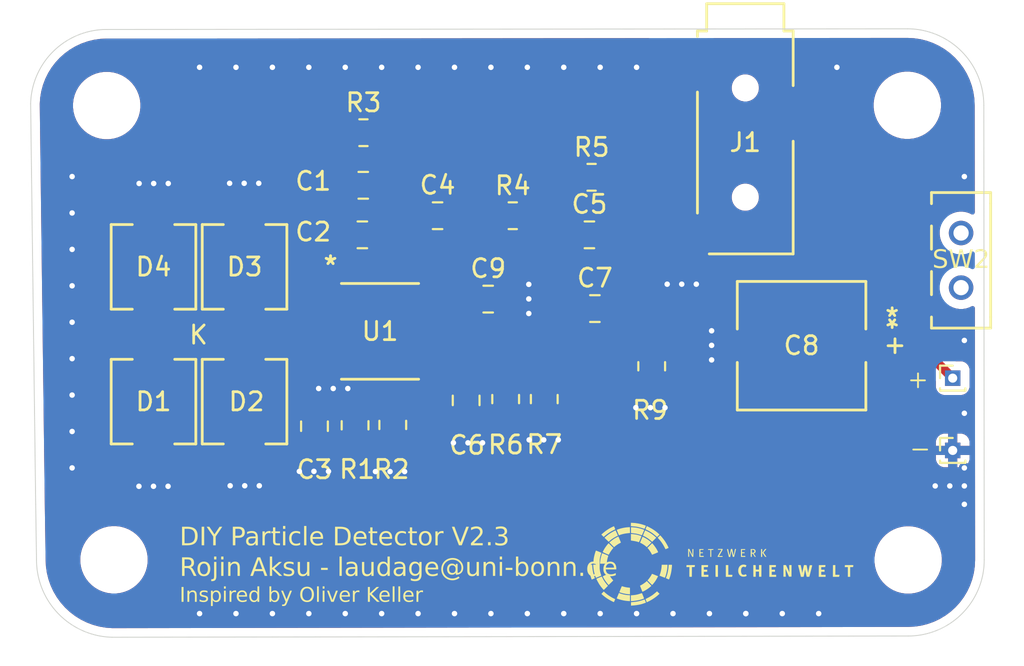
<source format=kicad_pcb>
(kicad_pcb (version 20241229) (generator "pcbnew") (generator_version "9.0")
  (layers (0 "F.Cu" signal) (2 "B.Cu" signal) (13 "F.Paste" user) (15 "B.Paste" user) (5 "F.SilkS" user "F.Silkscreen") (7 "B.SilkS" user "B.Silkscreen") (1 "F.Mask" user) (3 "B.Mask" user) (25 "Edge.Cuts" user))
  (net 0 "")
  (net 1 "/input_signal")
  (net 2 "GND")
  (net 3 "Net-(C1-Pad2)")
  (net 4 "Net-(U1-OUT1)")
  (net 5 "Net-(U1-+IN1)")
  (net 6 "Net-(C4-Pad2)")
  (net 7 "Net-(U1--IN2)")
  (net 8 "Net-(U1-OUT2)")
  (net 9 "Net-(U1-+IN2)")
  (net 10 "/output_signal")
  (net 11 "VDD")
  (net 12 "Net-(SW2-A)")
  (footprint "footprints:LED_VBPW34S_VIS" (layer "F.Cu") (at 73.47 84.36 -90)
    (property "Reference" "D1" (at 0 0 0) (layer "F.SilkS"))
    (property "Value" "BPW34-SMD" (hide yes))
    (pad "1" smd rect (at -3.0988 0 270) (size 1.2192 1.7526) (layers "F.Cu" "F.Mask" "F.Paste") (net 1 "/input_signal"))
    (pad "2" smd rect (at 3.0988 0 270) (size 1.2192 1.7526) (layers "F.Cu" "F.Mask" "F.Paste") (net 2 "GND"))
  )
  (footprint "Capacitor_SMD:C_0805_2012Metric" (layer "F.Cu") (at 90.64 84.2925 90)
    (property "Reference" "C6" (at -2.4575 0.05 180) (layer "F.SilkS"))
    (property "Value" "100n" (hide yes))
    (pad "1" smd roundrect (at -0.95 0 90) (size 1 1.45) (layers "F.Cu" "F.Mask" "F.Paste") (net 2 "GND"))
    (pad "2" smd roundrect (at 0.95 0 90) (size 1 1.45) (layers "F.Cu" "F.Mask" "F.Paste") (net 9 "Net-(U1-+IN2)"))
  )
  (footprint "Resistor_SMD:R_0805_2012Metric" (layer "F.Cu") (at 85 69.59)
    (property "Reference" "R3" (at 0 -1.65 0) (layer "F.SilkS"))
    (property "Value" "15Mega" (hide yes))
    (pad "1" smd roundrect (at -0.9125 0) (size 1.025 1.4) (layers "F.Cu" "F.Mask" "F.Paste") (roundrect_rratio 0.243902) (net 1 "/input_signal"))
    (pad "2" smd roundrect (at 0.9125 0) (size 1.025 1.4) (layers "F.Cu" "F.Mask" "F.Paste") (roundrect_rratio 0.243902) (net 4 "Net-(U1-OUT1)"))
  )
  (footprint "Resistor_SMD:R_0805_2012Metric" (layer "F.Cu") (at 84.54 85.66 90)
    (property "Reference" "R1" (at -2.4175 0.11 180) (layer "F.SilkS"))
    (property "Value" "4.7k" (hide yes))
    (pad "1" smd roundrect (at -0.9125 0 90) (size 1.025 1.4) (layers "F.Cu" "F.Mask" "F.Paste") (roundrect_rratio 0.243902) (net 11 "VDD"))
    (pad "2" smd roundrect (at 0.9125 0 90) (size 1.025 1.4) (layers "F.Cu" "F.Mask" "F.Paste") (roundrect_rratio 0.243902) (net 5 "Net-(U1-+IN1)"))
  )
  (footprint "Resistor_SMD:R_0805_2012Metric" (layer "F.Cu") (at 94.93 84.22 -90)
    (property "Reference" "R7" (at 2.49 0 180) (layer "F.SilkS"))
    (property "Value" "10k" (hide yes))
    (pad "1" smd roundrect (at -0.9125 0 270) (size 1.025 1.4) (layers "F.Cu" "F.Mask" "F.Paste") (roundrect_rratio 0.243902) (net 9 "Net-(U1-+IN2)"))
    (pad "2" smd roundrect (at 0.9125 0 270) (size 1.025 1.4) (layers "F.Cu" "F.Mask" "F.Paste") (roundrect_rratio 0.243902) (net 2 "GND"))
  )
  (footprint "footprints:NetzwerkTeilchenwelt15mm" (layer "F.Cu") (at 104.764816 93.279071)
    (property "Reference" "G***" (hide yes))
    (property "Value" "LOGO" (hide yes))
  )
  (footprint "Capacitor_SMD:C_0805_2012Metric" (layer "F.Cu") (at 97.71 79.25)
    (property "Reference" "C7" (at 0 -1.68 0) (layer "F.SilkS"))
    (property "Value" "100n" (hide yes))
    (pad "1" smd roundrect (at -0.95 0) (size 1 1.45) (layers "F.Cu" "F.Mask" "F.Paste") (net 8 "Net-(U1-OUT2)"))
    (pad "2" smd roundrect (at 0.95 0) (size 1 1.45) (layers "F.Cu" "F.Mask" "F.Paste") (net 10 "/output_signal"))
  )
  (footprint "MountingHole:MountingHole_3.2mm_M3" (layer "F.Cu") (at 114.914433 93.054433)
    (property "Reference" "REF**" (hide yes))
    (property "Value" "MountingHole_3.2mm_M3" (hide yes))
    (pad "" np_thru_hole circle (at 0 0) (size 3.2 3.2) (drill 3.2) (layers "*.Cu" "*.Mask"))
  )
  (footprint "footprints:CONN_SJ-2523-SMT-TR_CUD" (layer "F.Cu") (at 105.970006 70.126796 -90)
    (property "Reference" "J1" (at 0 0 0) (layer "F.SilkS"))
    (property "Value" "Conn_01x02" (hide yes))
    (pad "" np_thru_hole circle (at -2.994401 0 270) (size 0.9906 0.9906) (drill 0.9906) (layers "*.Cu" "*.Mask"))
    (pad "" np_thru_hole circle (at 3.0056 0 270) (size 0.9906 0.9906) (drill 0.9906) (layers "*.Cu" "*.Mask"))
    (pad "1" smd rect (at -4.294394 3.506203 270) (size 2.3876 2.3876) (layers "F.Cu" "F.Mask" "F.Paste") (net 10 "/output_signal"))
    (pad "2" smd rect (at 5.405609 3.506203 270) (size 2.3876 2.3876) (layers "F.Cu" "F.Mask" "F.Paste") (net 2 "GND"))
    (pad "3" smd rect (at -1.5944 -3.506191 270) (size 2.3876 2.3876) (layers "F.Cu" "F.Mask" "F.Paste"))
  )
  (footprint "Resistor_SMD:R_0805_2012Metric" (layer "F.Cu") (at 97.53 72.04)
    (property "Reference" "R5" (at 0 -1.65 0) (layer "F.SilkS"))
    (property "Value" "100k" (hide yes))
    (pad "1" smd roundrect (at -0.9125 0) (size 1.025 1.4) (layers "F.Cu" "F.Mask" "F.Paste") (roundrect_rratio 0.243902) (net 7 "Net-(U1--IN2)"))
    (pad "2" smd roundrect (at 0.9125 0) (size 1.025 1.4) (layers "F.Cu" "F.Mask" "F.Paste") (roundrect_rratio 0.243902) (net 8 "Net-(U1-OUT2)"))
  )
  (footprint "footprints:R_8_ADI" (layer "F.Cu") (at 85.91 80.5)
    (property "Reference" "U1" (at 0 0 0) (layer "F.SilkS"))
    (property "Value" "AD8092ARZ-REEL7" (hide yes))
    (fp_text user "*" (at -2.7178 -3.6068 0) (layer "F.SilkS"))
    (fp_text user "*" (at -2.7178 -3.6068 0) (layer "F.SilkS"))
    (pad "1" smd rect (at -2.4638 -1.905) (size 1.9812 0.5588) (layers "F.Cu" "F.Mask" "F.Paste") (net 4 "Net-(U1-OUT1)"))
    (pad "2" smd rect (at -2.4638 -0.635) (size 1.9812 0.5588) (layers "F.Cu" "F.Mask" "F.Paste") (net 1 "/input_signal"))
    (pad "3" smd rect (at -2.4638 0.635) (size 1.9812 0.5588) (layers "F.Cu" "F.Mask" "F.Paste") (net 5 "Net-(U1-+IN1)"))
    (pad "4" smd rect (at -2.4638 1.905) (size 1.9812 0.5588) (layers "F.Cu" "F.Mask" "F.Paste") (net 2 "GND"))
    (pad "5" smd rect (at 2.4638 1.905) (size 1.9812 0.5588) (layers "F.Cu" "F.Mask" "F.Paste") (net 9 "Net-(U1-+IN2)"))
    (pad "6" smd rect (at 2.4638 0.635) (size 1.9812 0.5588) (layers "F.Cu" "F.Mask" "F.Paste") (net 7 "Net-(U1--IN2)"))
    (pad "7" smd rect (at 2.4638 -0.635) (size 1.9812 0.5588) (layers "F.Cu" "F.Mask" "F.Paste") (net 8 "Net-(U1-OUT2)"))
    (pad "8" smd rect (at 2.4638 -1.905) (size 1.9812 0.5588) (layers "F.Cu" "F.Mask" "F.Paste") (net 11 "VDD"))
  )
  (footprint "Resistor_SMD:R_0805_2012Metric" (layer "F.Cu") (at 93.2 74.15)
    (property "Reference" "R4" (at 0 -1.65 0) (layer "F.SilkS"))
    (property "Value" "1k" (hide yes))
    (pad "1" smd roundrect (at -0.9125 0) (size 1.025 1.4) (layers "F.Cu" "F.Mask" "F.Paste") (roundrect_rratio 0.243902) (net 6 "Net-(C4-Pad2)"))
    (pad "2" smd roundrect (at 0.9125 0) (size 1.025 1.4) (layers "F.Cu" "F.Mask" "F.Paste") (roundrect_rratio 0.243902) (net 7 "Net-(U1--IN2)"))
  )
  (footprint "footprints:LED_VBPW34S_VIS" (layer "F.Cu") (at 73.47 76.96 90)
    (property "Reference" "D4" (at 0 0 0) (layer "F.SilkS"))
    (property "Value" "BPW34-SMD" (hide yes))
    (pad "1" smd rect (at -3.0988 0 90) (size 1.2192 1.7526) (layers "F.Cu" "F.Mask" "F.Paste") (net 1 "/input_signal"))
    (pad "2" smd rect (at 3.0988 0 90) (size 1.2192 1.7526) (layers "F.Cu" "F.Mask" "F.Paste") (net 2 "GND"))
  )
  (footprint "MountingHole:MountingHole_3.2mm_M3" (layer "F.Cu") (at 71.3 93.046188)
    (property "Reference" "REF**" (hide yes))
    (property "Value" "MountingHole_3.2mm_M3" (hide yes))
    (pad "" np_thru_hole circle (at 0 0) (size 3.2 3.2) (drill 3.2) (layers "*.Cu" "*.Mask"))
  )
  (footprint "footprints:PCAP_EEHZ_D_PAN" (layer "F.Cu") (at 109.06 81.29 180)
    (property "Reference" "C8" (at 0.002 0.00826 0) (layer "F.SilkS"))
    (property "Value" "47mikro" (hide yes))
    (pad "1" smd rect (at -2.5146 0 180) (size 2.9972 1.1684) (layers "F.Cu" "F.Mask" "F.Paste") (net 11 "VDD"))
    (pad "2" smd rect (at 2.5146 0 180) (size 2.9972 1.1684) (layers "F.Cu" "F.Mask" "F.Paste") (net 2 "GND"))
    (zone (net 0) (net_name "") (layer "F.Cu") (connect_pads (clearance 0)) (min_thickness 0.254)
      (keepout (tracks not_allowed) (vias not_allowed) (pads allowed) (copperpour not_allowed) (footprints allowed))
      (fill (thermal_gap 0.508) (thermal_bridge_width 0.508))
      (polygon (pts (xy 110.0252 81.925) (xy 108.0948 81.925) (xy 108.0948 80.655) (xy 110.0252 80.655)))
    )
    (zone (net 0) (net_name "") (layer "F.Cu") (connect_pads (clearance 0)) (min_thickness 0.254)
      (keepout (tracks not_allowed) (vias not_allowed) (pads allowed) (copperpour not_allowed) (footprints allowed))
      (fill (thermal_gap 0.508) (thermal_bridge_width 0.508))
      (polygon (pts (xy 112.4128 80.655) (xy 105.7072 80.655) (xy 105.7072 77.9372) (xy 112.4128 77.9372)))
    )
    (zone (net 0) (net_name "") (layer "F.Cu") (connect_pads (clearance 0)) (min_thickness 0.254)
      (keepout (tracks not_allowed) (vias not_allowed) (pads allowed) (copperpour not_allowed) (footprints allowed))
      (fill (thermal_gap 0.508) (thermal_bridge_width 0.508))
      (polygon (pts (xy 112.4128 84.6428) (xy 105.7072 84.6428) (xy 105.7072 81.925) (xy 112.4128 81.925)))
    )
  )
  (footprint "Capacitor_SMD:C_0805_2012Metric" (layer "F.Cu") (at 91.85 78.73)
    (property "Reference" "C9" (at 0 -1.68 0) (layer "F.SilkS"))
    (property "Value" "100n" (hide yes))
    (pad "1" smd roundrect (at -0.95 0) (size 1 1.45) (layers "F.Cu" "F.Mask" "F.Paste") (net 11 "VDD"))
    (pad "2" smd roundrect (at 0.95 0) (size 1 1.45) (layers "F.Cu" "F.Mask" "F.Paste") (net 2 "GND"))
  )
  (footprint "MountingHole:MountingHole_3.2mm_M3" (layer "F.Cu") (at 70.9 68.1)
    (property "Reference" "REF**" (hide yes))
    (property "Value" "MountingHole_3.2mm_M3" (hide yes))
    (pad "" np_thru_hole circle (at 0 0) (size 3.2 3.2) (drill 3.2) (layers "*.Cu" "*.Mask"))
  )
  (footprint "Connector_PinHeader_1.00mm:PinHeader_1x01_P1.00mm_Vertical" (layer "F.Cu") (at 117.36 83.07)
    (property "Reference" "TP2" (hide yes))
    (property "Value" "+" (hide yes))
    (pad "1" thru_hole rect (at 0 0) (size 0.85 0.85) (drill 0.5) (layers "*.Cu" "*.Mask") (net 12 "Net-(SW2-A)"))
  )
  (footprint "Resistor_SMD:R_0805_2012Metric" (layer "F.Cu") (at 86.61 85.64 -90)
    (property "Reference" "R2" (at 2.44 0.07 180) (layer "F.SilkS"))
    (property "Value" "15k" (hide yes))
    (pad "1" smd roundrect (at -0.9125 0 270) (size 1.025 1.4) (layers "F.Cu" "F.Mask" "F.Paste") (roundrect_rratio 0.243902) (net 5 "Net-(U1-+IN1)"))
    (pad "2" smd roundrect (at 0.9125 0 270) (size 1.025 1.4) (layers "F.Cu" "F.Mask" "F.Paste") (roundrect_rratio 0.243902) (net 2 "GND"))
  )
  (footprint "Capacitor_SMD:C_0805_2012Metric" (layer "F.Cu") (at 82.31 85.71 -90)
    (property "Reference" "C3" (at 2.38 0 0) (layer "F.SilkS"))
    (property "Value" "100n" (hide yes))
    (pad "1" smd roundrect (at -0.95 0 270) (size 1 1.45) (layers "F.Cu" "F.Mask" "F.Paste") (net 5 "Net-(U1-+IN1)"))
    (pad "2" smd roundrect (at 0.95 0 270) (size 1 1.45) (layers "F.Cu" "F.Mask" "F.Paste") (net 2 "GND"))
  )
  (footprint "Capacitor_SMD:C_0805_2012Metric" (layer "F.Cu") (at 89.07 74.15)
    (property "Reference" "C4" (at 0 -1.68 0) (layer "F.SilkS"))
    (property "Value" "100n" (hide yes))
    (pad "1" smd roundrect (at -0.95 0) (size 1 1.45) (layers "F.Cu" "F.Mask" "F.Paste") (net 4 "Net-(U1-OUT1)"))
    (pad "2" smd roundrect (at 0.95 0) (size 1 1.45) (layers "F.Cu" "F.Mask" "F.Paste") (net 6 "Net-(C4-Pad2)"))
  )
  (footprint "Resistor_SMD:R_0805_2012Metric" (layer "F.Cu") (at 92.81 84.22 90)
    (property "Reference" "R6" (at -2.51 0.01 180) (layer "F.SilkS"))
    (property "Value" "10k" (hide yes))
    (pad "1" smd roundrect (at -0.9125 0 90) (size 1.025 1.4) (layers "F.Cu" "F.Mask" "F.Paste") (roundrect_rratio 0.243902) (net 11 "VDD"))
    (pad "2" smd roundrect (at 0.9125 0 90) (size 1.025 1.4) (layers "F.Cu" "F.Mask" "F.Paste") (roundrect_rratio 0.243902) (net 9 "Net-(U1-+IN2)"))
  )
  (footprint "Resistor_SMD:R_0805_2012Metric" (layer "F.Cu") (at 100.83 82.4175 -90)
    (property "Reference" "R9" (at 2.4125 0.09 180) (layer "F.SilkS"))
    (property "Value" "2.2k" (hide yes))
    (pad "1" smd roundrect (at -0.9125 0 270) (size 1.025 1.4) (layers "F.Cu" "F.Mask" "F.Paste") (roundrect_rratio 0.243902) (net 10 "/output_signal"))
    (pad "2" smd roundrect (at 0.9125 0 270) (size 1.025 1.4) (layers "F.Cu" "F.Mask" "F.Paste") (roundrect_rratio 0.243902) (net 2 "GND"))
  )
  (footprint "Capacitor_SMD:C_0805_2012Metric" (layer "F.Cu") (at 97.41 75.2)
    (property "Reference" "C5" (at 0 -1.68 0) (layer "F.SilkS"))
    (property "Value" "10p" (hide yes))
    (pad "1" smd roundrect (at -0.95 0) (size 1 1.45) (layers "F.Cu" "F.Mask" "F.Paste") (net 7 "Net-(U1--IN2)"))
    (pad "2" smd roundrect (at 0.95 0) (size 1 1.45) (layers "F.Cu" "F.Mask" "F.Paste") (net 8 "Net-(U1-OUT2)"))
  )
  (footprint "Connector_PinHeader_1.00mm:PinHeader_1x01_P1.00mm_Vertical" (layer "F.Cu") (at 117.36 87.04)
    (property "Reference" "TP1" (hide yes))
    (property "Value" "-" (hide yes))
    (pad "1" thru_hole rect (at 0 0) (size 0.85 0.85) (drill 0.5) (layers "*.Cu" "*.Mask") (net 2 "GND"))
  )
  (footprint "footprints:LED_VBPW34S_VIS" (layer "F.Cu") (at 78.47 84.36 -90)
    (property "Reference" "D2" (at 0 -0.1092 0) (layer "F.SilkS"))
    (property "Value" "BPW34-SMD" (hide yes))
    (pad "1" smd rect (at -3.0988 0 270) (size 1.2192 1.7526) (layers "F.Cu" "F.Mask" "F.Paste") (net 1 "/input_signal"))
    (pad "2" smd rect (at 3.0988 0 270) (size 1.2192 1.7526) (layers "F.Cu" "F.Mask" "F.Paste") (net 2 "GND"))
  )
  (footprint "footprints:LED_VBPW34S_VIS" (layer "F.Cu") (at 78.47 76.96 90)
    (property "Reference" "D3" (at 0 0 0) (layer "F.SilkS"))
    (property "Value" "BPW34-SMD" (hide yes))
    (pad "1" smd rect (at -3.0988 0 90) (size 1.2192 1.7526) (layers "F.Cu" "F.Mask" "F.Paste") (net 1 "/input_signal"))
    (pad "2" smd rect (at 3.0988 0 90) (size 1.2192 1.7526) (layers "F.Cu" "F.Mask" "F.Paste") (net 2 "GND"))
  )
  (footprint "MountingHole:MountingHole_3.2mm_M3" (layer "F.Cu") (at 114.868244 68.085566)
    (property "Reference" "REF**" (hide yes))
    (property "Value" "MountingHole_3.2mm_M3" (hide yes))
    (pad "" np_thru_hole circle (at 0 0) (size 3.2 3.2) (drill 3.2) (layers "*.Cu" "*.Mask"))
  )
  (footprint "Capacitor_SMD:C_0805_2012Metric" (layer "F.Cu") (at 84.99 72.48)
    (property "Reference" "C1" (at -2.75 -0.23 0) (layer "F.SilkS"))
    (property "Value" "10p" (hide yes))
    (pad "1" smd roundrect (at -0.95 0) (size 1 1.45) (layers "F.Cu" "F.Mask" "F.Paste") (net 1 "/input_signal"))
    (pad "2" smd roundrect (at 0.95 0) (size 1 1.45) (layers "F.Cu" "F.Mask" "F.Paste") (net 3 "Net-(C1-Pad2)"))
  )
  (footprint "Capacitor_SMD:C_0805_2012Metric" (layer "F.Cu") (at 84.94 75.2)
    (property "Reference" "C2" (at -2.7 -0.16 0) (layer "F.SilkS"))
    (property "Value" "10p" (hide yes))
    (pad "1" smd roundrect (at -0.95 0) (size 1 1.45) (layers "F.Cu" "F.Mask" "F.Paste") (net 3 "Net-(C1-Pad2)"))
    (pad "2" smd roundrect (at 0.95 0) (size 1 1.45) (layers "F.Cu" "F.Mask" "F.Paste") (net 4 "Net-(U1-OUT1)"))
  )
  (footprint "footprints:SWITCH_102AGRLC" (layer "F.Cu") (at 117.82 76.6 180)
    (property "Reference" "SW2" (at 0 0 0) (layer "F.SilkS"))
    (property "Value" "SW_SPST" (hide yes))
    (fp_text user "*" (at 3.7846 -3.1496 180) (layer "F.SilkS"))
    (fp_text user "*" (at 3.7846 -3.1496 0) (layer "F.SilkS"))
    (pad "1" smd rect (at 2.1971 -2.5 180) (size 1.905 0.5588) (layers "F.Cu" "F.Mask" "F.Paste") (net 12 "Net-(SW2-A)"))
    (pad "2" smd rect (at 2.1971 0 180) (size 1.905 0.5588) (layers "F.Cu" "F.Mask" "F.Paste") (net 11 "VDD"))
    (pad "3" smd rect (at 2.1971 2.5 180) (size 1.905 0.5588) (layers "F.Cu" "F.Mask" "F.Paste"))
    (pad "4" thru_hole circle (at 0 1.5 180) (size 1.3462 1.3462) (drill 0.8382) (layers "*.Cu" "*.Mask"))
    (pad "5" thru_hole circle (at 0 -1.5 180) (size 1.3462 1.3462) (drill 0.8382) (layers "*.Cu" "*.Mask"))
  )
  (gr_arc (start 71.2 97.3) (mid 68.256145 96.019374) (end 67.045025 93.046249) (stroke (width 0.05)) (layer "Edge.Cuts"))
  (gr_line (start 114.914445 97.231753) (end 71.2 97.3) (stroke (width 0.05)) (layer "Edge.Cuts"))
  (gr_line (start 70.90531 63.921487) (end 114.888245 63.885545) (stroke (width 0.05)) (layer "Edge.Cuts"))
  (gr_line (start 67 90) (end 67.045025 93.0462) (stroke (width 0.05)) (layer "Edge.Cuts"))
  (gr_arc (start 114.888245 63.885545) (mid 117.845197 65.122749) (end 119.068293 68.085565) (stroke (width 0.05)) (layer "Edge.Cuts"))
  (gr_arc (start 66.72268 68) (mid 67.980912 65.110196) (end 70.9 63.921483) (stroke (width 0.05)) (layer "Edge.Cuts"))
  (gr_line (start 66.72268 68) (end 67 90) (stroke (width 0.05)) (layer "Edge.Cuts"))
  (gr_arc (start 119.091754 93.054434) (mid 117.868252 96.008245) (end 114.914445 97.231754) (stroke (width 0.05)) (layer "Edge.Cuts"))
  (gr_line (start 119.068245 68.085565) (end 119.091754 93.054434) (stroke (width 0.05)) (layer "Edge.Cuts"))
  (gr_text "-\n" (at 114.89 87.5 0) (layer "F.SilkS") (effects (font (size 1 1) (thickness 0.1)) (justify left bottom)))
  (gr_text "+\n" (at 114.77 83.7 0) (layer "F.SilkS") (effects (font (size 1 1) (thickness 0.1)) (justify left bottom)))
  (gr_text "DIY Particle Detector V2.3\nRojin Aksu - laudage@uni-bonn.de" (at 74.9 94.1 0) (layer "F.SilkS") (effects (font (size 1 1) (thickness 0.1)) (justify left bottom)))
  (gr_text "Inspired by Oliver Keller" (at 74.9 95.49 0) (layer "F.SilkS") (effects (font (size 0.8 0.8) (thickness 0.1)) (justify left bottom)))
  (gr_text "K" (at 75.34 81.28 0) (layer "F.SilkS") (effects (font (size 1 1)) (justify left bottom)))
  (segment (start 78.6012 80.0588) (end 78.795 79.865) (width 0.25) (layer "F.Cu") (net 1))
  (segment (start 78.795 79.865) (end 81.47 79.865) (width 0.25) (layer "F.Cu") (net 1))
  (segment (start 81.7425 72.48) (end 84.04 72.48) (width 0.25) (layer "F.Cu") (net 1))
  (segment (start 81.47 79.865) (end 81.47 72.2075) (width 0.25) (layer "F.Cu") (net 1))
  (segment (start 81.47 79.865) (end 83.4462 79.865) (width 0.25) (layer "F.Cu") (net 1))
  (segment (start 81.47 72.2075) (end 81.7425 72.48) (width 0.25) (layer "F.Cu") (net 1))
  (segment (start 73.47 80.0588) (end 78.47 80.0588) (width 0.25) (layer "F.Cu") (net 1))
  (segment (start 81.47 72.2075) (end 84.0875 69.59) (width 0.25) (layer "F.Cu") (net 1))
  (segment (start 78.47 80.0588) (end 78.6012 80.0588) (width 0.25) (layer "F.Cu") (net 1))
  (segment (start 83.4462 83.5338) (end 83.34 83.64) (width 0.25) (layer "F.Cu") (net 2))
  (segment (start 90.64 86.5225) (end 90.74 86.6225) (width 0.2) (layer "F.Cu") (net 2))
  (segment (start 78.47 88.97) (end 78.48 88.98) (width 0.2) (layer "F.Cu") (net 2))
  (segment (start 117.36 88.83) (end 117.2 88.99) (width 0.2) (layer "F.Cu") (net 2))
  (segment (start 85.66 88.2) (end 87.26 88.2) (width 0.2) (layer "F.Cu") (net 2))
  (segment (start 78.45 73.8412) (end 78.47 73.8612) (width 0.2) (layer "F.Cu") (net 2))
  (segment (start 100.83 83.33) (end 100.83 84.62) (width 0.2) (layer "F.Cu") (net 2))
  (segment (start 94.08 77.92) (end 94.08 79.52) (width 0.2) (layer "F.Cu") (net 2))
  (segment (start 78.47 87.4588) (end 78.47 88.97) (width 0.2) (layer "F.Cu") (net 2))
  (segment (start 73.47 87.4588) (end 73.47 89.01) (width 0.2) (layer "F.Cu") (net 2))
  (segment (start 92.8 78.73) (end 94.07 78.73) (width 0.2) (layer "F.Cu") (net 2))
  (segment (start 77.65 72.37) (end 79.25 72.37) (width 0.2) (layer "F.Cu") (net 2))
  (segment (start 73.48 73.8512) (end 73.47 73.8612) (width 0.2) (layer "F.Cu") (net 2))
  (segment (start 73.48 72.38) (end 73.48 73.8512) (width 0.2) (layer "F.Cu") (net 2))
  (segment (start 100.83 84.62) (end 100.76 84.69) (width 0.2) (layer "F.Cu") (net 2))
  (segment (start 90.64 85.2425) (end 90.64 86.5225) (width 0.2) (layer "F.Cu") (net 2))
  (segment (start 83.4462 82.405) (end 83.4462 83.5338) (width 0.25) (layer "F.Cu") (net 2))
  (segment (start 73.47 73.8612) (end 74.1388 73.8612) (width 0.2) (layer "F.Cu") (net 2))
  (segment (start 81.48 88.19) (end 83.08 88.19) (width 0.25) (layer "F.Cu") (net 2))
  (segment (start 101.68 77.91) (end 103.28 77.91) (width 0.25) (layer "F.Cu") (net 2))
  (segment (start 82.31 88.16) (end 82.28 88.19) (width 0.25) (layer "F.Cu") (net 2))
  (segment (start 72.68 72.38) (end 74.28 72.38) (width 0.2) (layer "F.Cu") (net 2))
  (segment (start 86.61 86.5525) (end 86.61 88.05) (width 0.2) (layer "F.Cu") (net 2))
  (segment (start 82.31 86.66) (end 82.31 88.16) (width 0.25) (layer "F.Cu") (net 2))
  (segment (start 94.07 78.73) (end 94.08 78.72) (width 0.2) (layer "F.Cu") (net 2))
  (segment (start 116.4 88.99) (end 118 88.99) (width 0.2) (layer "F.Cu") (net 2))
  (segment (start 106.5454 81.29) (end 104.14 81.29) (width 0.2) (layer "F.Cu") (net 2))
  (segment (start 94.93 85.1325) (end 94.93 86.43) (width 0.2) (layer "F.Cu") (net 2))
  (segment (start 117.36 87.04) (end 117.36 88.83) (width 0.2) (layer "F.Cu") (net 2))
  (segment (start 77.68 88.98) (end 79.28 88.98) (width 0.2) (layer "F.Cu") (net 2))
  (segment (start 78.45 72.37) (end 78.45 73.8412) (width 0.2) (layer "F.Cu") (net 2))
  (segment (start 94.1 86.46) (end 95.7 86.46) (width 0.2) (layer "F.Cu") (net 2))
  (segment (start 104.14 81.29) (end 104.12 81.27) (width 0.2) (layer "F.Cu") (net 2))
  (segment (start 89.94 86.6225) (end 91.54 86.6225) (width 0.2) (layer "F.Cu") (net 2))
  (segment (start 86.61 88.05) (end 86.46 88.2) (width 0.2) (layer "F.Cu") (net 2))
  (segment (start 102.463803 77.893803) (end 102.48 77.91) (width 0.25) (layer "F.Cu") (net 2))
  (segment (start 72.67 89.01) (end 74.27 89.01) (width 0.2) (layer "F.Cu") (net 2))
  (segment (start 102.463803 75.532405) (end 102.463803 77.893803) (width 0.25) (layer "F.Cu") (net 2))
  (segment (start 99.96 84.69) (end 101.56 84.69) (width 0.2) (layer "F.Cu") (net 2))
  (segment (start 104.12 80.47) (end 104.12 82.07) (width 0.2) (layer "F.Cu") (net 2))
  (segment (start 82.54 83.64) (end 84.14 83.64) (width 0.25) (layer "F.Cu") (net 2))
  (segment (start 94.93 86.43) (end 94.9 86.46) (width 0.2) (layer "F.Cu") (net 2))
  (via (at 106 96) (size 0.6) (drill 0.3) (layers "F.Cu" "B.Cu") (net 2))
  (via (at 94 96) (size 0.6) (drill 0.3) (layers "F.Cu" "B.Cu") (net 2))
  (via (at 106 96) (size 0.6) (drill 0.3) (layers "F.Cu" "B.Cu") (net 2))
  (via (at 118 85) (size 0.6) (drill 0.3) (layers "F.Cu" "B.Cu") (net 2))
  (via (at 72.67 89.01) (size 0.6) (drill 0.3) (layers "F.Cu" "B.Cu") (net 2))
  (via (at 118 81) (size 0.6) (drill 0.3) (layers "F.Cu" "B.Cu") (net 2))
  (via (at 69 76) (size 0.6) (drill 0.3) (layers "F.Cu" "B.Cu") (net 2))
  (via (at 73.48 72.38) (size 0.6) (drill 0.3) (layers "F.Cu" "B.Cu") (net 2))
  (via (at 69 84) (size 0.6) (drill 0.3) (layers "F.Cu" "B.Cu") (net 2))
  (via (at 98 96) (size 0.6) (drill 0.3) (layers "F.Cu" "B.Cu") (net 2))
  (via (at 94.9 86.46) (size 0.6) (drill 0.3) (layers "F.Cu" "B.Cu") (net 2))
  (via (at 104.12 81.27) (size 0.6) (drill 0.3) (layers "F.Cu" "B.Cu") (net 2))
  (via (at 85.66 88.2) (size 0.6) (drill 0.3) (layers "F.Cu" "B.Cu") (net 2))
  (via (at 78.45 72.37) (size 0.6) (drill 0.3) (layers "F.Cu" "B.Cu") (net 2))
  (via (at 69 74) (size 0.6) (drill 0.3) (layers "F.Cu" "B.Cu") (net 2))
  (via (at 76 96) (size 0.6) (drill 0.3) (layers "F.Cu" "B.Cu") (net 2))
  (via (at 94 66) (size 0.6) (drill 0.3) (layers "F.Cu" "B.Cu") (net 2))
  (via (at 92 66) (size 0.6) (drill 0.3) (layers "F.Cu" "B.Cu") (net 2))
  (via (at 116.4 88.99) (size 0.6) (drill 0.3) (layers "F.Cu" "B.Cu") (net 2))
  (via (at 83.34 83.64) (size 0.6) (drill 0.3) (layers "F.Cu" "B.Cu") (net 2))
  (via (at 84 66) (size 0.6) (drill 0.3) (layers "F.Cu" "B.Cu") (net 2))
  (via (at 82 66) (size 0.6) (drill 0.3) (layers "F.Cu" "B.Cu") (net 2))
  (via (at 100.76 84.69) (size 0.6) (drill 0.3) (layers "F.Cu" "B.Cu") (net 2))
  (via (at 98 66) (size 0.6) (drill 0.3) (layers "F.Cu" "B.Cu") (net 2))
  (via (at 102 96) (size 0.6) (drill 0.3) (layers "F.Cu" "B.Cu") (net 2))
  (via (at 94.1 86.46) (size 0.6) (drill 0.3) (layers "F.Cu" "B.Cu") (net 2))
  (via (at 80 96) (size 0.6) (drill 0.3) (layers "F.Cu" "B.Cu") (net 2))
  (via (at 79.25 72.37) (size 0.6) (drill 0.3) (layers "F.Cu" "B.Cu") (net 2))
  (via (at 76 66) (size 0.6) (drill 0.3) (layers "F.Cu" "B.Cu") (net 2))
  (via (at 86 96) (size 0.6) (drill 0.3) (layers "F.Cu" "B.Cu") (net 2))
  (via (at 77.68 88.98) (size 0.6) (drill 0.3) (layers "F.Cu" "B.Cu") (net 2))
  (via (at 101.56 84.69) (size 0.6) (drill 0.3) (layers "F.Cu" "B.Cu") (net 2))
  (via (at 74.28 72.38) (size 0.6) (drill 0.3) (layers "F.Cu" "B.Cu") (net 2))
  (via (at 100 66) (size 0.6) (drill 0.3) (layers "F.Cu" "B.Cu") (net 2))
  (via (at 69 86) (size 0.6) (drill 0.3) (layers "F.Cu" "B.Cu") (net 2))
  (via (at 72.68 72.38) (size 0.6) (drill 0.3) (layers "F.Cu" "B.Cu") (net 2))
  (via (at 90 66) (size 0.6) (drill 0.3) (layers "F.Cu" "B.Cu") (net 2))
  (via (at 101.68 77.91) (size 0.6) (drill 0.3) (layers "F.Cu" "B.Cu") (net 2))
  (via (at 82.54 83.64) (size 0.6) (drill 0.3) (layers "F.Cu" "B.Cu") (net 2))
  (via (at 96 96) (size 0.6) (drill 0.3) (layers "F.Cu" "B.Cu") (net 2))
  (via (at 78.48 88.98) (size 0.6) (drill 0.3) (layers "F.Cu" "B.Cu") (net 2))
  (via (at 69 80) (size 0.6) (drill 0.3) (layers "F.Cu" "B.Cu") (net 2))
  (via (at 77.65 72.37) (size 0.6) (drill 0.3) (layers "F.Cu" "B.Cu") (net 2))
  (via (at 82 96) (size 0.6) (drill 0.3) (layers "F.Cu" "B.Cu") (net 2))
  (via (at 99.96 84.69) (size 0.6) (drill 0.3) (layers "F.Cu" "B.Cu") (net 2))
  (via (at 95.7 86.46) (size 0.6) (drill 0.3) (layers "F.Cu" "B.Cu") (net 2))
  (via (at 118 72) (size 0.6) (drill 0.3) (layers "F.Cu" "B.Cu") (net 2))
  (via (at 69 82) (size 0.6) (drill 0.3) (layers "F.Cu" "B.Cu") (net 2))
  (via (at 88 66) (size 0.6) (drill 0.3) (layers "F.Cu" "B.Cu") (net 2))
  (via (at 82.28 88.19) (size 0.6) (drill 0.3) (layers "F.Cu" "B.Cu") (net 2))
  (via (at 118 90) (size 0.6) (drill 0.3) (layers "F.Cu" "B.Cu") (net 2))
  (via (at 69 72) (size 0.6) (drill 0.3) (layers "F.Cu" "B.Cu") (net 2))
  (via (at 69 88) (size 0.6) (drill 0.3) (layers "F.Cu" "B.Cu") (net 2))
  (via (at 86 66) (size 0.6) (drill 0.3) (layers "F.Cu" "B.Cu") (net 2))
  (via (at 118 88.99) (size 0.6) (drill 0.3) (layers "F.Cu" "B.Cu") (net 2))
  (via (at 88 96) (size 0.6) (drill 0.3) (layers "F.Cu" "B.Cu") (net 2))
  (via (at 117.2 88.99) (size 0.6) (drill 0.3) (layers "F.Cu" "B.Cu") (net 2))
  (via (at 102.48 77.91) (size 0.6) (drill 0.3) (layers "F.Cu" "B.Cu") (net 2))
  (via (at 104.12 82.07) (size 0.6) (drill 0.3) (layers "F.Cu" "B.Cu") (net 2))
  (via (at 110 96) (size 0.6) (drill 0.3) (layers "F.Cu" "B.Cu") (net 2))
  (via (at 84 96) (size 0.6) (drill 0.3) (layers "F.Cu" "B.Cu") (net 2))
  (via (at 104.12 80.47) (size 0.6) (drill 0.3) (layers "F.Cu" "B.Cu") (net 2))
  (via (at 94.08 79.52) (size 0.6) (drill 0.3) (layers "F.Cu" "B.Cu") (net 2))
  (via (at 90 96) (size 0.6) (drill 0.3) (layers "F.Cu" "B.Cu") (net 2))
  (via (at 92 96) (size 0.6) (drill 0.3) (layers "F.Cu" "B.Cu") (net 2))
  (via (at 78 96) (size 0.6) (drill 0.3) (layers "F.Cu" "B.Cu") (net 2))
  (via (at 94.08 77.92) (size 0.6) (drill 0.3) (layers "F.Cu" "B.Cu") (net 2))
  (via (at 69 78) (size 0.6) (drill 0.3) (layers "F.Cu" "B.Cu") (net 2))
  (via (at 80 66) (size 0.6) (drill 0.3) (layers "F.Cu" "B.Cu") (net 2))
  (via (at 87.26 88.2) (size 0.6) (drill 0.3) (layers "F.Cu" "B.Cu") (net 2))
  (via (at 104 96) (size 0.6) (drill 0.3) (layers "F.Cu" "B.Cu") (net 2))
  (via (at 118 88) (size 0.6) (drill 0.3) (layers "F.Cu" "B.Cu") (net 2))
  (via (at 100 96) (size 0.6) (drill 0.3) (layers "F.Cu" "B.Cu") (net 2))
  (via (at 103.28 77.91) (size 0.6) (drill 0.3) (layers "F.Cu" "B.Cu") (net 2))
  (via (at 111 66) (size 0.6) (drill 0.3) (layers "F.Cu" "B.Cu") (net 2))
  (via (at 108 96) (size 0.6) (drill 0.3) (layers "F.Cu" "B.Cu") (net 2))
  (via (at 91.54 86.6225) (size 0.6) (drill 0.3) (layers "F.Cu" "B.Cu") (net 2))
  (via (at 89.94 86.6225) (size 0.6) (drill 0.3) (layers "F.Cu" "B.Cu") (net 2))
  (via (at 81.48 88.19) (size 0.6) (drill 0.3) (layers "F.Cu" "B.Cu") (net 2))
  (via (at 83.08 88.19) (size 0.6) (drill 0.3) (layers "F.Cu" "B.Cu") (net 2))
  (via (at 86.46 88.2) (size 0.6) (drill 0.3) (layers "F.Cu" "B.Cu") (net 2))
  (via (at 96 66) (size 0.6) (drill 0.3) (layers "F.Cu" "B.Cu") (net 2))
  (via (at 94.08 78.72) (size 0.6) (drill 0.3) (layers "F.Cu" "B.Cu") (net 2))
  (via (at 84.14 83.64) (size 0.6) (drill 0.3) (layers "F.Cu" "B.Cu") (net 2))
  (via (at 79.28 88.98) (size 0.6) (drill 0.3) (layers "F.Cu" "B.Cu") (net 2))
  (via (at 73.47 89.01) (size 0.6) (drill 0.3) (layers "F.Cu" "B.Cu") (net 2))
  (via (at 90.74 86.6225) (size 0.6) (drill 0.3) (layers "F.Cu" "B.Cu") (net 2))
  (via (at 78 66) (size 0.6) (drill 0.3) (layers "F.Cu" "B.Cu") (net 2))
  (via (at 74.27 89.01) (size 0.6) (drill 0.3) (layers "F.Cu" "B.Cu") (net 2))
  (segment (start 85.94 73.25) (end 83.99 75.2) (width 0.25) (layer "F.Cu") (net 3))
  (segment (start 85.94 72.48) (end 85.94 73.25) (width 0.25) (layer "F.Cu") (net 3))
  (segment (start 88.12 74.15) (end 87.47 74.15) (width 0.25) (layer "F.Cu") (net 4))
  (segment (start 87.22 75.9) (end 87.22 76.81) (width 0.25) (layer "F.Cu") (net 4))
  (segment (start 85.435 78.595) (end 83.4462 78.595) (width 0.25) (layer "F.Cu") (net 4))
  (segment (start 87.22 69.93) (end 87.22 74.4) (width 0.25) (layer "F.Cu") (net 4))
  (segment (start 86.59 75.9) (end 87.22 75.9) (width 0.25) (layer "F.Cu") (net 4))
  (segment (start 85.89 75.2) (end 86.59 75.9) (width 0.25) (layer "F.Cu") (net 4))
  (segment (start 86.88 69.59) (end 87.22 69.93) (width 0.25) (layer "F.Cu") (net 4))
  (segment (start 87.47 74.15) (end 87.22 74.4) (width 0.25) (layer "F.Cu") (net 4))
  (segment (start 87.22 74.4) (end 87.22 75.9) (width 0.25) (layer "F.Cu") (net 4))
  (segment (start 85.9125 69.59) (end 86.88 69.59) (width 0.25) (layer "F.Cu") (net 4))
  (segment (start 87.22 76.81) (end 85.435 78.595) (width 0.25) (layer "F.Cu") (net 4))
  (segment (start 82.735 81.135) (end 83.4462 81.135) (width 0.25) (layer "F.Cu") (net 5))
  (segment (start 86.59 84.7475) (end 86.61 84.7275) (width 0.25) (layer "F.Cu") (net 5))
  (segment (start 83.4462 81.135) (end 82.7942 81.135) (width 0.25) (layer "F.Cu") (net 5))
  (segment (start 82.742202 84.7275) (end 86.61 84.7275) (width 0.25) (layer "F.Cu") (net 5))
  (segment (start 81.810062 83.79536) (end 82.742202 84.7275) (width 0.25) (layer "F.Cu") (net 5))
  (segment (start 81.810062 82.119138) (end 81.810062 83.79536) (width 0.25) (layer "F.Cu") (net 5))
  (segment (start 82.7942 81.135) (end 81.810062 82.119138) (width 0.25) (layer "F.Cu") (net 5))
  (segment (start 90.02 74.15) (end 92.2875 74.15) (width 0.25) (layer "F.Cu") (net 6))
  (segment (start 95.43 75.37) (end 95.6 75.2) (width 0.25) (layer "F.Cu") (net 7))
  (segment (start 95.28 75.37) (end 95.43 75.37) (width 0.25) (layer "F.Cu") (net 7))
  (segment (start 95.28 75.37) (end 95.28 79.38) (width 0.25) (layer "F.Cu") (net 7))
  (segment (start 95.28 74.16) (end 96.6175 72.8225) (width 0.25) (layer "F.Cu") (net 7))
  (segment (start 96.6175 72.8225) (end 96.6175 72.04) (width 0.25) (layer "F.Cu") (net 7))
  (segment (start 95.28 74.16) (end 95.28 75.37) (width 0.25) (layer "F.Cu") (net 7))
  (segment (start 95.28 79.38) (end 93.525 81.135) (width 0.25) (layer "F.Cu") (net 7))
  (segment (start 94.1125 74.15) (end 95.27 74.15) (width 0.25) (layer "F.Cu") (net 7))
  (segment (start 95.6 75.2) (end 96.46 75.2) (width 0.25) (layer "F.Cu") (net 7))
  (segment (start 93.525 81.135) (end 88.3738 81.135) (width 0.25) (layer "F.Cu") (net 7))
  (segment (start 95.27 74.15) (end 95.28 74.16) (width 0.25) (layer "F.Cu") (net 7))
  (segment (start 100.04 75.29) (end 100.04 77.43) (width 0.25) (layer "F.Cu") (net 8))
  (segment (start 88.3738 79.865) (end 91.559514 79.865) (width 0.25) (layer "F.Cu") (net 8))
  (segment (start 98.4425 72.04) (end 99.78 72.04) (width 0.25) (layer "F.Cu") (net 8))
  (segment (start 98.36 75.2) (end 99.95 75.2) (width 0.25) (layer "F.Cu") (net 8))
  (segment (start 93.274 73.454486) (end 95.714486 71.014) (width 0.25) (layer "F.Cu") (net 8))
  (segment (start 95.714486 71.014) (end 97.125514 71.014) (width 0.25) (layer "F.Cu") (net 8))
  (segment (start 99.86 77.61) (end 98.4 77.61) (width 0.25) (layer "F.Cu") (net 8))
  (segment (start 97.456 78.554) (end 96.76 79.25) (width 0.25) (layer "F.Cu") (net 8))
  (segment (start 97.125514 71.014) (end 97.456 71.344486) (width 0.25) (layer "F.Cu") (net 8))
  (segment (start 100.04 72.3) (end 100.04 75.29) (width 0.25) (layer "F.Cu") (net 8))
  (segment (start 91.974 79.450514) (end 91.974 76.145514) (width 0.25) (layer "F.Cu") (net 8))
  (segment (start 100.04 77.43) (end 99.86 77.61) (width 0.25) (layer "F.Cu") (net 8))
  (segment (start 91.559514 79.865) (end 91.974 79.450514) (width 0.25) (layer "F.Cu") (net 8))
  (segment (start 97.456 71.344486) (end 97.456 78.554) (width 0.25) (layer "F.Cu") (net 8))
  (segment (start 91.974 76.145514) (end 93.274 74.845514) (width 0.25) (layer "F.Cu") (net 8))
  (segment (start 99.95 75.2) (end 100.04 75.29) (width 0.25) (layer "F.Cu") (net 8))
  (segment (start 99.78 72.04) (end 100.04 72.3) (width 0.25) (layer "F.Cu") (net 8))
  (segment (start 93.274 74.845514) (end 93.274 73.454486) (width 0.25) (layer "F.Cu") (net 8))
  (segment (start 98.4 77.61) (end 96.76 79.25) (width 0.25) (layer "F.Cu") (net 8))
  (segment (start 91.3575 83.3075) (end 92.81 83.3075) (width 0.25) (layer "F.Cu") (net 9))
  (segment (start 92.4075 82.905) (end 92.81 83.3075) (width 0.25) (layer "F.Cu") (net 9))
  (segment (start 90.37 82.405) (end 90.455 82.405) (width 0.25) (layer "F.Cu") (net 9))
  (segment (start 88.3738 82.405) (end 90.37 82.405) (width 0.25) (layer "F.Cu") (net 9))
  (segment (start 92.81 83.3075) (end 94.93 83.3075) (width 0.25) (layer "F.Cu") (net 9))
  (segment (start 90.64 82.675) (end 90.64 83.3425) (width 0.25) (layer "F.Cu") (net 9))
  (segment (start 90.37 82.405) (end 90.64 82.675) (width 0.25) (layer "F.Cu") (net 9))
  (segment (start 90.5425 83.44) (end 90.64 83.3425) (width 0.25) (layer "F.Cu") (net 9))
  (segment (start 90.455 82.405) (end 91.3575 83.3075) (width 0.25) (layer "F.Cu") (net 9))
  (segment (start 100.002 79.25) (end 100.83 80.078) (width 0.25) (layer "F.Cu") (net 10))
  (segment (start 100.83 80.078) (end 100.83 81.505) (width 0.25) (layer "F.Cu") (net 10))
  (segment (start 100.491 67.528403) (end 100.491 78.761) (width 0.25) (layer "F.Cu") (net 10))
  (segment (start 102.483797 65.535606) (end 100.491 67.528403) (width 0.25) (layer "F.Cu") (net 10))
  (segment (start 100.491 78.761) (end 100.002 79.25) (width 0.25) (layer "F.Cu") (net 10))
  (segment (start 100.002 79.25) (end 98.66 79.25) (width 0.25) (layer "F.Cu") (net 10))
  (segment (start 115.6229 76.6) (end 112.6638 79.5591) (width 0.5) (layer "F.Cu") (net 11))
  (segment (start 112.132768 81.29) (end 111.5746 81.29) (width 0.5) (layer "F.Cu") (net 11))
  (segment (start 90.81 90.15) (end 107.260568 90.15) (width 0.5) (layer "F.Cu") (net 11))
  (segment (start 89.189 86.933575) (end 89.628925 87.3735) (width 0.5) (layer "F.Cu") (net 11))
  (segment (start 112.6638 79.5591) (end 112.6638 80.758968) (width 0.5) (layer "F.Cu") (net 11))
  (segment (start 89.628925 87.3735) (end 91.851075 87.3735) (width 0.5) (layer "F.Cu") (net 11))
  (segment (start 91.851075 87.3735) (end 92.81 86.414575) (width 0.5) (layer "F.Cu") (net 11))
  (segment (start 87.4718 78.595) (end 86.9322 79.1346) (width 0.5) (layer "F.Cu") (net 11))
  (segment (start 84.54 86.3225) (end 84.54 89.91) (width 0.5) (layer "F.Cu") (net 11))
  (segment (start 91.851075 87.3735) (end 91.851075 89.108925) (width 0.5) (layer "F.Cu") (net 11))
  (segment (start 84.54 89.91) (end 84.78 90.15) (width 0.5) (layer "F.Cu") (net 11))
  (segment (start 112.6638 84.746768) (end 112.6638 81.821032) (width 0.5) (layer "F.Cu") (net 11))
  (segment (start 112.6638 80.758968) (end 112.132768 81.29) (width 0.5) (layer "F.Cu") (net 11))
  (segment (start 84.78 90.15) (end 90.81 90.15) (width 0.5) (layer "F.Cu") (net 11))
  (segment (start 107.260568 90.15) (end 112.6638 84.746768) (width 0.5) (layer "F.Cu") (net 11))
  (segment (start 92.81 86.414575) (end 92.81 85.1325) (width 0.5) (layer "F.Cu") (net 11))
  (segment (start 90.765 78.595) (end 90.9 78.73) (width 0.5) (layer "F.Cu") (net 11))
  (segment (start 86.9322 82.888908) (end 89.189 85.145708) (width 0.5) (layer "F.Cu") (net 11))
  (segment (start 88.3738 78.595) (end 90.765 78.595) (width 0.5) (layer "F.Cu") (net 11))
  (segment (start 112.6638 81.821032) (end 112.132768 81.29) (width 0.5) (layer "F.Cu") (net 11))
  (segment (start 89.189 85.145708) (end 89.189 86.933575) (width 0.5) (layer "F.Cu") (net 11))
  (segment (start 88.3738 78.595) (end 87.4718 78.595) (width 0.5) (layer "F.Cu") (net 11))
  (segment (start 86.9322 79.1346) (end 86.9322 82.888908) (width 0.5) (layer "F.Cu") (net 11))
  (segment (start 91.851075 89.108925) (end 90.81 90.15) (width 0.5) (layer "F.Cu") (net 11))
  (segment (start 115.6229 81.3329) (end 117.36 83.07) (width 0.5) (layer "F.Cu") (net 12))
  (segment (start 115.6229 79.1) (end 115.6229 81.3329) (width 0.5) (layer "F.Cu") (net 12))
  (zone (net 2) (net_name "GND") (layer "F.Cu") (priority 1) (connect_pads (clearance 0.5)) (min_thickness 0.25) (fill yes (thermal_gap 0.5) (thermal_bridge_width 0.5))
    (polygon (pts (xy 65.14 62.97) (xy 121.12 62.79) (xy 121 98.74) (xy 65.2 98.8)))
  )
  (zone (net 2) (net_name "GND") (layer "B.Cu") (connect_pads (clearance 0.5)) (min_thickness 0.25) (fill yes (thermal_gap 0.5) (thermal_bridge_width 0.5))
    (polygon (pts (xy 65.04 62.89) (xy 121.28 62.83) (xy 121.06 98.82) (xy 65.21 98.88) (xy 65.1 62.83)))
  )
)
</source>
